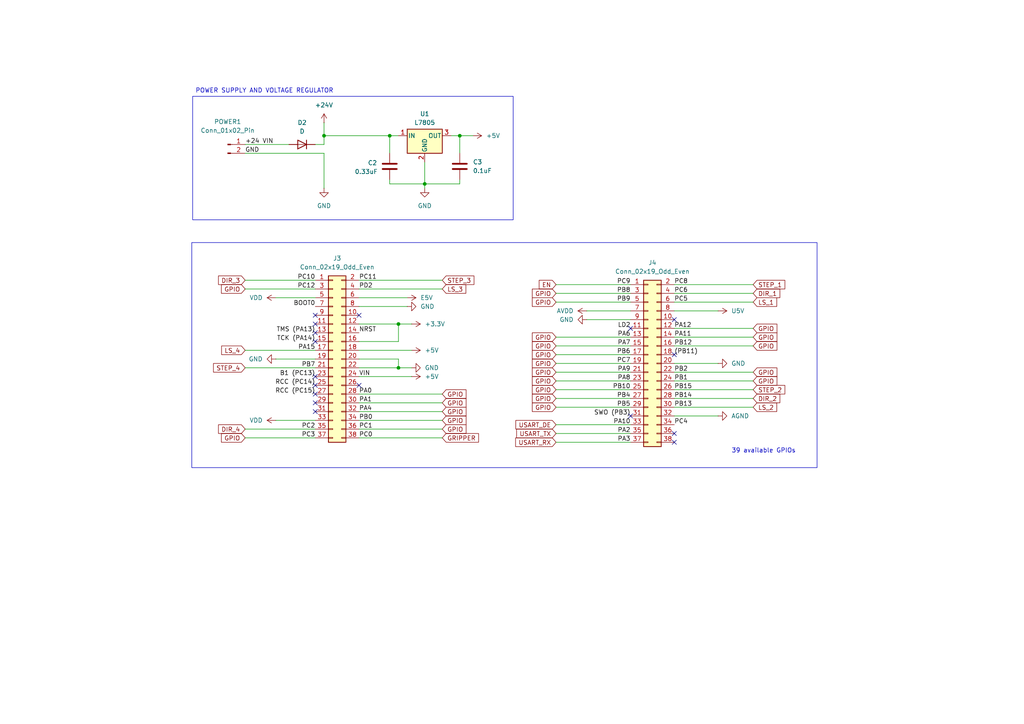
<source format=kicad_sch>
(kicad_sch (version 20231120) (generator "eeschema") (generator_version "8.0")
  (paper "A4")
  (lib_symbols
    (symbol "Connector:Conn_01x02_Pin" (pin_names (offset 1.016) hide)
      (property "Reference" "J" (at 0 2.54 0))
      (property "Value" "Conn_01x02_Pin" (at 0 -5.08 0))
      (symbol "Conn_01x02_Pin_1_1"
        (polyline (pts (xy 1.27 -2.54) (xy 0.8636 -2.54)) (stroke (width 0.1524)))
        (polyline (pts (xy 1.27 0) (xy 0.8636 0)) (stroke (width 0.1524)))
        (rectangle (start 0.8636 -2.413) (end 0 -2.667) (stroke (width 0.1524)) (fill (type outline)))
        (rectangle (start 0.8636 0.127) (end 0 -0.127) (stroke (width 0.1524)) (fill (type outline)))
        (pin passive line (at 5.08 0 180) (length 3.81) (name "Pin_1") (number "1"))
        (pin passive line (at 5.08 -2.54 180) (length 3.81) (name "Pin_2") (number "2"))
      )
    )
    (symbol "Connector_Generic:Conn_02x19_Odd_Even" (pin_names (offset 1.016) hide)
      (property "Reference" "J" (at 1.27 25.4 0))
      (property "Value" "Conn_02x19_Odd_Even" (at 1.27 -25.4 0))
      (symbol "Conn_02x19_Odd_Even_1_1"
        (rectangle (start -1.27 -22.733) (end 0 -22.987) (stroke (width 0.1524)))
        (rectangle (start -1.27 -20.193) (end 0 -20.447) (stroke (width 0.1524)))
        (rectangle (start -1.27 -17.653) (end 0 -17.907) (stroke (width 0.1524)))
        (rectangle (start -1.27 -15.113) (end 0 -15.367) (stroke (width 0.1524)))
        (rectangle (start -1.27 -12.573) (end 0 -12.827) (stroke (width 0.1524)))
        (rectangle (start -1.27 -10.033) (end 0 -10.287) (stroke (width 0.1524)))
        (rectangle (start -1.27 -7.493) (end 0 -7.747) (stroke (width 0.1524)))
        (rectangle (start -1.27 -4.953) (end 0 -5.207) (stroke (width 0.1524)))
        (rectangle (start -1.27 -2.413) (end 0 -2.667) (stroke (width 0.1524)))
        (rectangle (start -1.27 0.127) (end 0 -0.127) (stroke (width 0.1524)))
        (rectangle (start -1.27 2.667) (end 0 2.413) (stroke (width 0.1524)))
        (rectangle (start -1.27 5.207) (end 0 4.953) (stroke (width 0.1524)))
        (rectangle (start -1.27 7.747) (end 0 7.493) (stroke (width 0.1524)))
        (rectangle (start -1.27 10.287) (end 0 10.033) (stroke (width 0.1524)))
        (rectangle (start -1.27 12.827) (end 0 12.573) (stroke (width 0.1524)))
        (rectangle (start -1.27 15.367) (end 0 15.113) (stroke (width 0.1524)))
        (rectangle (start -1.27 17.907) (end 0 17.653) (stroke (width 0.1524)))
        (rectangle (start -1.27 20.447) (end 0 20.193) (stroke (width 0.1524)))
        (rectangle (start -1.27 22.987) (end 0 22.733) (stroke (width 0.1524)))
        (rectangle (start -1.27 24.13) (end 3.81 -24.13) (stroke (width 0.254)) (fill (type background)))
        (rectangle (start 3.81 -22.733) (end 2.54 -22.987) (stroke (width 0.1524)))
        (rectangle (start 3.81 -20.193) (end 2.54 -20.447) (stroke (width 0.1524)))
        (rectangle (start 3.81 -17.653) (end 2.54 -17.907) (stroke (width 0.1524)))
        (rectangle (start 3.81 -15.113) (end 2.54 -15.367) (stroke (width 0.1524)))
        (rectangle (start 3.81 -12.573) (end 2.54 -12.827) (stroke (width 0.1524)))
        (rectangle (start 3.81 -10.033) (end 2.54 -10.287) (stroke (width 0.1524)))
        (rectangle (start 3.81 -7.493) (end 2.54 -7.747) (stroke (width 0.1524)))
        (rectangle (start 3.81 -4.953) (end 2.54 -5.207) (stroke (width 0.1524)))
        (rectangle (start 3.81 -2.413) (end 2.54 -2.667) (stroke (width 0.1524)))
        (rectangle (start 3.81 0.127) (end 2.54 -0.127) (stroke (width 0.1524)))
        (rectangle (start 3.81 2.667) (end 2.54 2.413) (stroke (width 0.1524)))
        (rectangle (start 3.81 5.207) (end 2.54 4.953) (stroke (width 0.1524)))
        (rectangle (start 3.81 7.747) (end 2.54 7.493) (stroke (width 0.1524)))
        (rectangle (start 3.81 10.287) (end 2.54 10.033) (stroke (width 0.1524)))
        (rectangle (start 3.81 12.827) (end 2.54 12.573) (stroke (width 0.1524)))
        (rectangle (start 3.81 15.367) (end 2.54 15.113) (stroke (width 0.1524)))
        (rectangle (start 3.81 17.907) (end 2.54 17.653) (stroke (width 0.1524)))
        (rectangle (start 3.81 20.447) (end 2.54 20.193) (stroke (width 0.1524)))
        (rectangle (start 3.81 22.987) (end 2.54 22.733) (stroke (width 0.1524)))
        (pin passive line (at -5.08 22.86 0) (length 3.81) (name "Pin_1") (number "1"))
        (pin passive line (at 7.62 12.7 180) (length 3.81) (name "Pin_10") (number "10"))
        (pin passive line (at -5.08 10.16 0) (length 3.81) (name "Pin_11") (number "11"))
        (pin passive line (at 7.62 10.16 180) (length 3.81) (name "Pin_12") (number "12"))
        (pin passive line (at -5.08 7.62 0) (length 3.81) (name "Pin_13") (number "13"))
        (pin passive line (at 7.62 7.62 180) (length 3.81) (name "Pin_14") (number "14"))
        (pin passive line (at -5.08 5.08 0) (length 3.81) (name "Pin_15") (number "15"))
        (pin passive line (at 7.62 5.08 180) (length 3.81) (name "Pin_16") (number "16"))
        (pin passive line (at -5.08 2.54 0) (length 3.81) (name "Pin_17") (number "17"))
        (pin passive line (at 7.62 2.54 180) (length 3.81) (name "Pin_18") (number "18"))
        (pin passive line (at -5.08 0 0) (length 3.81) (name "Pin_19") (number "19"))
        (pin passive line (at 7.62 22.86 180) (length 3.81) (name "Pin_2") (number "2"))
        (pin passive line (at 7.62 0 180) (length 3.81) (name "Pin_20") (number "20"))
        (pin passive line (at -5.08 -2.54 0) (length 3.81) (name "Pin_21") (number "21"))
        (pin passive line (at 7.62 -2.54 180) (length 3.81) (name "Pin_22") (number "22"))
        (pin passive line (at -5.08 -5.08 0) (length 3.81) (name "Pin_23") (number "23"))
        (pin passive line (at 7.62 -5.08 180) (length 3.81) (name "Pin_24") (number "24"))
        (pin passive line (at -5.08 -7.62 0) (length 3.81) (name "Pin_25") (number "25"))
        (pin passive line (at 7.62 -7.62 180) (length 3.81) (name "Pin_26") (number "26"))
        (pin passive line (at -5.08 -10.16 0) (length 3.81) (name "Pin_27") (number "27"))
        (pin passive line (at 7.62 -10.16 180) (length 3.81) (name "Pin_28") (number "28"))
        (pin passive line (at -5.08 -12.7 0) (length 3.81) (name "Pin_29") (number "29"))
        (pin passive line (at -5.08 20.32 0) (length 3.81) (name "Pin_3") (number "3"))
        (pin passive line (at 7.62 -12.7 180) (length 3.81) (name "Pin_30") (number "30"))
        (pin passive line (at -5.08 -15.24 0) (length 3.81) (name "Pin_31") (number "31"))
        (pin passive line (at 7.62 -15.24 180) (length 3.81) (name "Pin_32") (number "32"))
        (pin passive line (at -5.08 -17.78 0) (length 3.81) (name "Pin_33") (number "33"))
        (pin passive line (at 7.62 -17.78 180) (length 3.81) (name "Pin_34") (number "34"))
        (pin passive line (at -5.08 -20.32 0) (length 3.81) (name "Pin_35") (number "35"))
        (pin passive line (at 7.62 -20.32 180) (length 3.81) (name "Pin_36") (number "36"))
        (pin passive line (at -5.08 -22.86 0) (length 3.81) (name "Pin_37") (number "37"))
        (pin passive line (at 7.62 -22.86 180) (length 3.81) (name "Pin_38") (number "38"))
        (pin passive line (at 7.62 20.32 180) (length 3.81) (name "Pin_4") (number "4"))
        (pin passive line (at -5.08 17.78 0) (length 3.81) (name "Pin_5") (number "5"))
        (pin passive line (at 7.62 17.78 180) (length 3.81) (name "Pin_6") (number "6"))
        (pin passive line (at -5.08 15.24 0) (length 3.81) (name "Pin_7") (number "7"))
        (pin passive line (at 7.62 15.24 180) (length 3.81) (name "Pin_8") (number "8"))
        (pin passive line (at -5.08 12.7 0) (length 3.81) (name "Pin_9") (number "9"))
      )
    )
    (symbol "Device:C" (pin_numbers hide) (pin_names (offset 0.254))
      (property "Reference" "C" (at 0.635 2.54 0))
      (property "Value" "C" (at 0.635 -2.54 0))
      (symbol "C_0_1"
        (polyline (pts (xy -2.032 -0.762) (xy 2.032 -0.762)) (stroke (width 0.508)))
        (polyline (pts (xy -2.032 0.762) (xy 2.032 0.762)) (stroke (width 0.508)))
      )
      (symbol "C_1_1"
        (pin passive line (at 0 3.81 270) (length 2.794) (name "~") (number "1"))
        (pin passive line (at 0 -3.81 90) (length 2.794) (name "~") (number "2"))
      )
    )
    (symbol "Device:D" (pin_numbers hide) (pin_names (offset 1.016) hide)
      (property "Reference" "D" (at 0 2.54 0))
      (property "Value" "D" (at 0 -2.54 0))
      (symbol "D_0_1"
        (polyline (pts (xy -1.27 1.27) (xy -1.27 -1.27)) (stroke (width 0.254)))
        (polyline (pts (xy 1.27 0) (xy -1.27 0)))
        (polyline (pts (xy 1.27 1.27) (xy 1.27 -1.27) (xy -1.27 0) (xy 1.27 1.27)) (stroke (width 0.254)))
      )
      (symbol "D_1_1"
        (pin passive line (at -3.81 0 0) (length 2.54) (name "K") (number "1"))
        (pin passive line (at 3.81 0 180) (length 2.54) (name "A") (number "2"))
      )
    )
    (symbol "Regulator_Linear:L7805" (pin_names (offset 0.254))
      (property "Reference" "U" (at -3.81 3.175 0))
      (property "Value" "L7805" (at 0 3.175 0))
      (symbol "L7805_0_1"
        (rectangle (start -5.08 1.905) (end 5.08 -5.08) (stroke (width 0.254)) (fill (type background)))
      )
      (symbol "L7805_1_1"
        (pin power_in line (at -7.62 0 0) (length 2.54) (name "IN") (number "1"))
        (pin power_in line (at 0 -7.62 90) (length 2.54) (name "GND") (number "2"))
        (pin power_out line (at 7.62 0 180) (length 2.54) (name "OUT") (number "3"))
      )
    )
    (symbol "power:+24V" (power) (pin_numbers hide) (pin_names (offset 0) hide)
      (property "Value" "+24V" (at 0 3.556 0))
      (symbol "+24V_0_1"
        (polyline (pts (xy -0.762 1.27) (xy 0 2.54)))
        (polyline (pts (xy 0 0) (xy 0 2.54)))
        (polyline (pts (xy 0 2.54) (xy 0.762 1.27)))
      )
      (symbol "+24V_1_1"
        (pin power_in line (at 0 0 90) (length 0) (name "~") (number "1"))
      )
    )
    (symbol "power:+3.3V" (power) (pin_numbers hide) (pin_names (offset 0) hide)
      (property "Value" "+3.3V" (at 0 3.556 0))
      (symbol "+3.3V_0_1"
        (polyline (pts (xy -0.762 1.27) (xy 0 2.54)))
        (polyline (pts (xy 0 0) (xy 0 2.54)))
        (polyline (pts (xy 0 2.54) (xy 0.762 1.27)))
      )
      (symbol "+3.3V_1_1"
        (pin power_in line (at 0 0 90) (length 0) (name "~") (number "1"))
      )
    )
    (symbol "power:+5V" (power) (pin_numbers hide) (pin_names (offset 0) hide)
      (property "Value" "+5V" (at 0 3.556 0))
      (symbol "+5V_0_1"
        (polyline (pts (xy -0.762 1.27) (xy 0 2.54)))
        (polyline (pts (xy 0 0) (xy 0 2.54)))
        (polyline (pts (xy 0 2.54) (xy 0.762 1.27)))
      )
      (symbol "+5V_1_1"
        (pin power_in line (at 0 0 90) (length 0) (name "~") (number "1"))
      )
    )
    (symbol "power:GND" (power) (pin_numbers hide) (pin_names (offset 0) hide)
      (property "Value" "GND" (at 0 -3.81 0))
      (symbol "GND_0_1"
        (polyline (pts (xy 0 0) (xy 0 -1.27) (xy 1.27 -1.27) (xy 0 -2.54) (xy -1.27 -1.27) (xy 0 -1.27)))
      )
      (symbol "GND_1_1"
        (pin power_in line (at 0 0 270) (length 0) (name "~") (number "1"))
      )
    )
    (symbol "power:GNDA" (power) (pin_numbers hide) (pin_names (offset 0) hide)
      (property "Value" "GNDA" (at 0 -3.81 0))
      (symbol "GNDA_0_1"
        (polyline (pts (xy 0 0) (xy 0 -1.27) (xy 1.27 -1.27) (xy 0 -2.54) (xy -1.27 -1.27) (xy 0 -1.27)))
      )
      (symbol "GNDA_1_1"
        (pin power_in line (at 0 0 270) (length 0) (name "~") (number "1"))
      )
    )
    (symbol "power:VCC" (power) (pin_numbers hide) (pin_names (offset 0) hide)
      (property "Value" "VCC" (at 0 3.556 0))
      (symbol "VCC_0_1"
        (polyline (pts (xy -0.762 1.27) (xy 0 2.54)))
        (polyline (pts (xy 0 0) (xy 0 2.54)))
        (polyline (pts (xy 0 2.54) (xy 0.762 1.27)))
      )
      (symbol "VCC_1_1"
        (pin power_in line (at 0 0 90) (length 0) (name "~") (number "1"))
      )
    )
    (symbol "power:VDD" (power) (pin_numbers hide) (pin_names (offset 0) hide)
      (property "Value" "VDD" (at 0 3.556 0))
      (symbol "VDD_0_1"
        (polyline (pts (xy -0.762 1.27) (xy 0 2.54)))
        (polyline (pts (xy 0 0) (xy 0 2.54)))
        (polyline (pts (xy 0 2.54) (xy 0.762 1.27)))
      )
      (symbol "VDD_1_1"
        (pin power_in line (at 0 0 90) (length 0) (name "~") (number "1"))
      )
    )
    (symbol "power:VDDA" (power) (pin_numbers hide) (pin_names (offset 0) hide)
      (property "Value" "VDDA" (at 0 3.556 0))
      (symbol "VDDA_0_1"
        (polyline (pts (xy -0.762 1.27) (xy 0 2.54)))
        (polyline (pts (xy 0 0) (xy 0 2.54)))
        (polyline (pts (xy 0 2.54) (xy 0.762 1.27)))
      )
      (symbol "VDDA_1_1"
        (pin power_in line (at 0 0 90) (length 0) (name "~") (number "1"))
      )
    )
  )
  (junction (at 115.57 106.68))
  (junction (at 123.19 53.34))
  (junction (at 113.03 39.37))
  (junction (at 133.35 39.37))
  (junction (at 115.57 93.98))
  (junction (at 93.98 39.37))
  (no_connect (at 195.58 125.73))
  (no_connect (at 195.58 128.27))
  (no_connect (at 91.44 111.76))
  (no_connect (at 91.44 96.52))
  (no_connect (at 91.44 109.22))
  (no_connect (at 195.58 102.87))
  (no_connect (at 104.14 91.44))
  (no_connect (at 91.44 99.06))
  (no_connect (at 195.58 92.71))
  (no_connect (at 182.88 95.25))
  (no_connect (at 91.44 93.98))
  (no_connect (at 104.14 111.76))
  (no_connect (at 91.44 91.44))
  (no_connect (at 91.44 114.3))
  (no_connect (at 91.44 116.84))
  (no_connect (at 91.44 119.38))
  (no_connect (at 182.88 120.65))
  (wire (pts (xy 133.35 53.34) (xy 133.35 52.07)))
  (wire (pts (xy 123.19 46.99) (xy 123.19 53.34)))
  (wire (pts (xy 195.58 100.33) (xy 218.44 100.33)))
  (wire (pts (xy 161.29 107.95) (xy 182.88 107.95)))
  (wire (pts (xy 161.29 115.57) (xy 182.88 115.57)))
  (wire (pts (xy 104.14 121.92) (xy 128.27 121.92)))
  (wire (pts (xy 104.14 127) (xy 128.27 127)))
  (wire (pts (xy 195.58 82.55) (xy 218.44 82.55)))
  (wire (pts (xy 115.57 93.98) (xy 115.57 99.06)))
  (wire (pts (xy 71.12 106.68) (xy 91.44 106.68)))
  (wire (pts (xy 161.29 85.09) (xy 182.88 85.09)))
  (wire (pts (xy 170.18 90.17) (xy 182.88 90.17)))
  (wire (pts (xy 104.14 124.46) (xy 128.27 124.46)))
  (wire (pts (xy 195.58 95.25) (xy 218.44 95.25)))
  (wire (pts (xy 123.19 53.34) (xy 133.35 53.34)))
  (wire (pts (xy 104.14 83.82) (xy 128.27 83.82)))
  (wire (pts (xy 161.29 87.63) (xy 182.88 87.63)))
  (wire (pts (xy 93.98 39.37) (xy 93.98 41.91)))
  (wire (pts (xy 133.35 39.37) (xy 137.16 39.37)))
  (wire (pts (xy 104.14 81.28) (xy 128.27 81.28)))
  (wire (pts (xy 71.12 124.46) (xy 91.44 124.46)))
  (wire (pts (xy 195.58 118.11) (xy 218.44 118.11)))
  (wire (pts (xy 195.58 113.03) (xy 218.44 113.03)))
  (wire (pts (xy 104.14 119.38) (xy 128.27 119.38)))
  (wire (pts (xy 195.58 115.57) (xy 218.44 115.57)))
  (wire (pts (xy 104.14 93.98) (xy 115.57 93.98)))
  (wire (pts (xy 195.58 85.09) (xy 218.44 85.09)))
  (wire (pts (xy 93.98 39.37) (xy 113.03 39.37)))
  (wire (pts (xy 130.81 39.37) (xy 133.35 39.37)))
  (wire (pts (xy 71.12 41.91) (xy 83.82 41.91)))
  (wire (pts (xy 71.12 101.6) (xy 91.44 101.6)))
  (wire (pts (xy 123.19 53.34) (xy 123.19 54.61)))
  (wire (pts (xy 161.29 123.19) (xy 182.88 123.19)))
  (wire (pts (xy 71.12 81.28) (xy 91.44 81.28)))
  (wire (pts (xy 104.14 86.36) (xy 118.11 86.36)))
  (wire (pts (xy 91.44 41.91) (xy 93.98 41.91)))
  (wire (pts (xy 195.58 110.49) (xy 218.44 110.49)))
  (wire (pts (xy 113.03 39.37) (xy 113.03 44.45)))
  (wire (pts (xy 93.98 44.45) (xy 93.98 54.61)))
  (wire (pts (xy 113.03 53.34) (xy 123.19 53.34)))
  (wire (pts (xy 104.14 106.68) (xy 115.57 106.68)))
  (wire (pts (xy 133.35 39.37) (xy 133.35 44.45)))
  (wire (pts (xy 113.03 39.37) (xy 115.57 39.37)))
  (wire (pts (xy 104.14 101.6) (xy 119.38 101.6)))
  (wire (pts (xy 170.18 92.71) (xy 182.88 92.71)))
  (wire (pts (xy 80.01 121.92) (xy 91.44 121.92)))
  (wire (pts (xy 80.01 86.36) (xy 91.44 86.36)))
  (wire (pts (xy 161.29 125.73) (xy 182.88 125.73)))
  (wire (pts (xy 104.14 104.14) (xy 115.57 104.14)))
  (wire (pts (xy 195.58 87.63) (xy 218.44 87.63)))
  (wire (pts (xy 113.03 53.34) (xy 113.03 52.07)))
  (wire (pts (xy 161.29 97.79) (xy 182.88 97.79)))
  (wire (pts (xy 161.29 118.11) (xy 182.88 118.11)))
  (wire (pts (xy 115.57 99.06) (xy 104.14 99.06)))
  (wire (pts (xy 71.12 127) (xy 91.44 127)))
  (wire (pts (xy 93.98 39.37) (xy 93.98 35.56)))
  (wire (pts (xy 115.57 104.14) (xy 115.57 106.68)))
  (wire (pts (xy 208.28 105.41) (xy 195.58 105.41)))
  (wire (pts (xy 80.01 104.14) (xy 91.44 104.14)))
  (wire (pts (xy 195.58 97.79) (xy 218.44 97.79)))
  (wire (pts (xy 195.58 107.95) (xy 218.44 107.95)))
  (wire (pts (xy 71.12 44.45) (xy 93.98 44.45)))
  (wire (pts (xy 161.29 82.55) (xy 182.88 82.55)))
  (wire (pts (xy 115.57 93.98) (xy 119.38 93.98)))
  (wire (pts (xy 104.14 88.9) (xy 118.11 88.9)))
  (wire (pts (xy 161.29 113.03) (xy 182.88 113.03)))
  (wire (pts (xy 71.12 83.82) (xy 91.44 83.82)))
  (wire (pts (xy 161.29 110.49) (xy 182.88 110.49)))
  (wire (pts (xy 161.29 102.87) (xy 182.88 102.87)))
  (wire (pts (xy 161.29 100.33) (xy 182.88 100.33)))
  (wire (pts (xy 104.14 114.3) (xy 128.27 114.3)))
  (wire (pts (xy 195.58 120.65) (xy 208.28 120.65)))
  (wire (pts (xy 104.14 116.84) (xy 128.27 116.84)))
  (wire (pts (xy 104.14 109.22) (xy 119.38 109.22)))
  (wire (pts (xy 115.57 106.68) (xy 119.38 106.68)))
  (wire (pts (xy 161.29 105.41) (xy 182.88 105.41)))
  (wire (pts (xy 161.29 128.27) (xy 182.88 128.27)))
  (wire (pts (xy 195.58 90.17) (xy 208.28 90.17)))
  (rectangle (start 55.88 27.94) (end 148.844 63.754))
  (rectangle (start 55.626 70.358) (end 236.982 135.636))
  (text "39 available GPIOs" (at 221.488 130.81 0) (effects (font (size 1.27 1.27))))
  (text "POWER SUPPLY AND VOLTAGE REGULATOR" (at 76.708 26.416 0) (effects (font (size 1.27 1.27))))
  (label "TCK (PA14)" (at 91.44 99.06 180))
  (label "PC9" (at 182.88 82.55 180))
  (label "PA8" (at 182.88 110.49 180))
  (label "(PB11)" (at 195.58 102.87 0))
  (label "+24 VIN" (at 71.12 41.91 0))
  (label "PA2" (at 182.88 125.73 180))
  (label "NRST" (at 104.14 96.52 0))
  (label "PC11" (at 104.14 81.28 0))
  (label "PA11" (at 195.58 97.79 0))
  (label "PB0" (at 104.14 121.92 0))
  (label "PC1" (at 104.14 124.46 0))
  (label "PB8" (at 182.88 85.09 180))
  (label "PA15" (at 91.44 101.6 180))
  (label "PA9" (at 182.88 107.95 180))
  (label "PB2" (at 195.58 107.95 0))
  (label "PB12" (at 195.58 100.33 0))
  (label "PC7" (at 182.88 105.41 180))
  (label "PA3" (at 182.88 128.27 180))
  (label "PA7" (at 182.88 100.33 180))
  (label "PB10" (at 182.88 113.03 180))
  (label "PB6" (at 182.88 102.87 180))
  (label "PA6" (at 182.88 97.79 180))
  (label "PB9" (at 182.88 87.63 180))
  (label "PA10" (at 182.88 123.19 180))
  (label "TMS (PA13)" (at 91.44 96.52 180))
  (label "PB7" (at 91.44 106.68 180))
  (label "PC0" (at 104.14 127 0))
  (label "PB4" (at 182.88 115.57 180))
  (label "PA4" (at 104.14 119.38 0))
  (label "PC5" (at 195.58 87.63 0))
  (label "LD2" (at 182.88 95.25 180))
  (label "PC8" (at 195.58 82.55 0))
  (label "RCC (PC14)" (at 91.44 111.76 180))
  (label "PB15" (at 195.58 113.03 0))
  (label "PD2" (at 104.14 83.82 0))
  (label "VIN" (at 104.14 109.22 0))
  (label "PB1" (at 195.58 110.49 0))
  (label "RCC (PC15)" (at 91.44 114.3 180))
  (label "PB5" (at 182.88 118.11 180))
  (label "SWO (PB3)" (at 182.88 120.65 180))
  (label "PC2" (at 91.44 124.46 180))
  (label "PC10" (at 91.44 81.28 180))
  (label "PB13" (at 195.58 118.11 0))
  (label "PA1" (at 104.14 116.84 0))
  (label "GND" (at 71.12 44.45 0))
  (label "B1 (PC13)" (at 91.44 109.22 180))
  (label "PC3" (at 91.44 127 180))
  (label "PB14" (at 195.58 115.57 0))
  (label "PA12" (at 195.58 95.25 0))
  (label "PC4" (at 195.58 123.19 0))
  (label "BOOT0" (at 91.44 88.9 180))
  (label "PC6" (at 195.58 85.09 0))
  (label "PA0" (at 104.14 114.3 0))
  (label "PC12" (at 91.44 83.82 180))
  (global_label "STEP_4" (shape input) (at 71.12 106.68 180) (property "Intersheetrefs" "${INTERSHEET_REFS}" (effects (hide yes))))
  (global_label "LS_4" (shape input) (at 71.12 101.6 180) (property "Intersheetrefs" "${INTERSHEET_REFS}" (effects (hide yes))))
  (global_label "DIR_1" (shape input) (at 218.44 85.09 0) (property "Intersheetrefs" "${INTERSHEET_REFS}" (effects (hide yes))))
  (global_label "GPIO" (shape input) (at 128.27 116.84 0) (property "Intersheetrefs" "${INTERSHEET_REFS}" (effects (hide yes))))
  (global_label "LS_3" (shape input) (at 128.27 83.82 0) (property "Intersheetrefs" "${INTERSHEET_REFS}" (effects (hide yes))))
  (global_label "GPIO" (shape input) (at 71.12 127 180) (property "Intersheetrefs" "${INTERSHEET_REFS}" (effects (hide yes))))
  (global_label "GPIO" (shape input) (at 161.29 87.63 180) (property "Intersheetrefs" "${INTERSHEET_REFS}" (effects (hide yes))))
  (global_label "LS_2" (shape input) (at 218.44 118.11 0) (property "Intersheetrefs" "${INTERSHEET_REFS}" (effects (hide yes))))
  (global_label "GPIO" (shape input) (at 161.29 102.87 180) (property "Intersheetrefs" "${INTERSHEET_REFS}" (effects (hide yes))))
  (global_label "GPIO" (shape input) (at 161.29 105.41 180) (property "Intersheetrefs" "${INTERSHEET_REFS}" (effects (hide yes))))
  (global_label "GPIO" (shape input) (at 161.29 115.57 180) (property "Intersheetrefs" "${INTERSHEET_REFS}" (effects (hide yes))))
  (global_label "GPIO" (shape input) (at 161.29 100.33 180) (property "Intersheetrefs" "${INTERSHEET_REFS}" (effects (hide yes))))
  (global_label "LS_1" (shape input) (at 218.44 87.63 0) (property "Intersheetrefs" "${INTERSHEET_REFS}" (effects (hide yes))))
  (global_label "GPIO" (shape input) (at 161.29 113.03 180) (property "Intersheetrefs" "${INTERSHEET_REFS}" (effects (hide yes))))
  (global_label "GPIO" (shape input) (at 161.29 118.11 180) (property "Intersheetrefs" "${INTERSHEET_REFS}" (effects (hide yes))))
  (global_label "GPIO" (shape input) (at 161.29 110.49 180) (property "Intersheetrefs" "${INTERSHEET_REFS}" (effects (hide yes))))
  (global_label "GPIO" (shape input) (at 71.12 83.82 180) (property "Intersheetrefs" "${INTERSHEET_REFS}" (effects (hide yes))))
  (global_label "GPIO" (shape input) (at 218.44 97.79 0) (property "Intersheetrefs" "${INTERSHEET_REFS}" (effects (hide yes))))
  (global_label "DIR_4" (shape input) (at 71.12 124.46 180) (property "Intersheetrefs" "${INTERSHEET_REFS}" (effects (hide yes))))
  (global_label "DIR_2" (shape input) (at 218.44 115.57 0) (property "Intersheetrefs" "${INTERSHEET_REFS}" (effects (hide yes))))
  (global_label "GPIO" (shape input) (at 218.44 100.33 0) (property "Intersheetrefs" "${INTERSHEET_REFS}" (effects (hide yes))))
  (global_label "GPIO" (shape input) (at 128.27 124.46 0) (property "Intersheetrefs" "${INTERSHEET_REFS}" (effects (hide yes))))
  (global_label "USART_TX" (shape input) (at 161.29 125.73 180) (property "Intersheetrefs" "${INTERSHEET_REFS}" (effects (hide yes))))
  (global_label "GPIO" (shape input) (at 218.44 107.95 0) (property "Intersheetrefs" "${INTERSHEET_REFS}" (effects (hide yes))))
  (global_label "GPIO" (shape input) (at 161.29 97.79 180) (property "Intersheetrefs" "${INTERSHEET_REFS}" (effects (hide yes))))
  (global_label "USART_RX" (shape input) (at 161.29 128.27 180) (property "Intersheetrefs" "${INTERSHEET_REFS}" (effects (hide yes))))
  (global_label "STEP_2" (shape input) (at 218.44 113.03 0) (property "Intersheetrefs" "${INTERSHEET_REFS}" (effects (hide yes))))
  (global_label "USART_DE" (shape input) (at 161.29 123.19 180) (property "Intersheetrefs" "${INTERSHEET_REFS}" (effects (hide yes))))
  (global_label "GPIO" (shape input) (at 218.44 110.49 0) (property "Intersheetrefs" "${INTERSHEET_REFS}" (effects (hide yes))))
  (global_label "GPIO" (shape input) (at 128.27 114.3 0) (property "Intersheetrefs" "${INTERSHEET_REFS}" (effects (hide yes))))
  (global_label "GPIO" (shape input) (at 128.27 121.92 0) (property "Intersheetrefs" "${INTERSHEET_REFS}" (effects (hide yes))))
  (global_label "GRIPPER" (shape input) (at 128.27 127 0) (property "Intersheetrefs" "${INTERSHEET_REFS}" (effects (hide yes))))
  (global_label "DIR_3" (shape input) (at 71.12 81.28 180) (property "Intersheetrefs" "${INTERSHEET_REFS}" (effects (hide yes))))
  (global_label "GPIO" (shape input) (at 128.27 119.38 0) (property "Intersheetrefs" "${INTERSHEET_REFS}" (effects (hide yes))))
  (global_label "GPIO" (shape input) (at 161.29 107.95 180) (property "Intersheetrefs" "${INTERSHEET_REFS}" (effects (hide yes))))
  (global_label "GPIO" (shape input) (at 161.29 85.09 180) (property "Intersheetrefs" "${INTERSHEET_REFS}" (effects (hide yes))))
  (global_label "GPIO" (shape input) (at 218.44 95.25 0) (property "Intersheetrefs" "${INTERSHEET_REFS}" (effects (hide yes))))
  (global_label "EN" (shape input) (at 161.29 82.55 180) (property "Intersheetrefs" "${INTERSHEET_REFS}" (effects (hide yes))))
  (global_label "STEP_3" (shape input) (at 128.27 81.28 0) (property "Intersheetrefs" "${INTERSHEET_REFS}" (effects (hide yes))))
  (global_label "STEP_1" (shape input) (at 218.44 82.55 0) (property "Intersheetrefs" "${INTERSHEET_REFS}" (effects (hide yes))))
  (symbol (lib_id "Regulator_Linear:L7805") (at 123.19 39.37 0) (unit 1)
    (property "Reference" "U1" (at 123.19 33.02 0))
    (property "Value" "L7805" (at 123.19 35.56 0))
    (property "Footprint" "Package_TO_SOT_THT:TO-220-3_Vertical" (effects (hide yes)))
    (property "Datasheet" "http://www.st.com/content/ccc/resource/technical/document/datasheet/41/4f/b3/b0/12/d4/47/88/CD00000444.pdf/files/CD00000444.pdf/jcr:content/translations/en.CD00000444.pdf" (effects (hide yes)))
    (property "Description" "Positive 1.5A 35V Linear Regulator, Fixed Output 5V, TO-220/TO-263/TO-252" (effects (hide yes)))
  )
  (symbol (lib_id "power:+5V") (at 118.11 86.36 270) (unit 1)
    (property "Reference" "#PWR018" (effects (hide yes)))
    (property "Value" "E5V" (at 121.92 86.3599 90) (effects (justify left)))
    (property "Description" "Power symbol creates a global label with name \"+5V\"" (effects (hide yes)))
  )
  (symbol (lib_id "Device:C") (at 113.03 48.26 0) (unit 1)
    (property "Reference" "C2" (at 106.68 47.244 0) (effects (justify left)))
    (property "Value" "0.33uF" (at 102.87 49.784 0) (effects (justify left)))
    (property "Footprint" "Capacitor_SMD:C_0805_2012Metric" (effects (hide yes)))
    (property "Description" "Unpolarized capacitor" (effects (hide yes)))
  )
  (symbol (lib_id "Device:D") (at 87.63 41.91 180) (unit 1)
    (property "Reference" "D2" (at 87.63 35.56 0))
    (property "Value" "D" (at 87.63 38.1 0))
    (property "Footprint" "Diode_SMD:D_0805_2012Metric" (effects (hide yes)))
    (property "Description" "Diode" (effects (hide yes)))
    (property "Sim.Device" "D" (effects (hide yes)))
    (property "Sim.Pins" "1=K 2=A" (effects (hide yes)))
  )
  (symbol (lib_id "power:VDD") (at 80.01 121.92 90) (unit 1)
    (property "Reference" "#PWR017" (effects (hide yes)))
    (property "Value" "VDD" (at 76.2 121.9199 90) (effects (justify left)))
    (property "Description" "Power symbol creates a global label with name \"VDD\"" (effects (hide yes)))
  )
  (symbol (lib_id "power:GND") (at 118.11 88.9 90) (unit 1)
    (property "Reference" "#PWR019" (effects (hide yes)))
    (property "Value" "GND" (at 121.92 88.8999 90) (effects (justify right)))
    (property "Description" "Power symbol creates a global label with name \"GND\" , ground" (effects (hide yes)))
  )
  (symbol (lib_id "power:GND") (at 170.18 92.71 270) (unit 1)
    (property "Reference" "#PWR025" (effects (hide yes)))
    (property "Value" "GND" (at 166.37 92.7099 90) (effects (justify right)))
    (property "Description" "Power symbol creates a global label with name \"GND\" , ground" (effects (hide yes)))
  )
  (symbol (lib_id "power:+5V") (at 119.38 109.22 270) (unit 1)
    (property "Reference" "#PWR023" (effects (hide yes)))
    (property "Value" "+5V" (at 123.19 109.2199 90) (effects (justify left)))
    (property "Description" "Power symbol creates a global label with name \"+5V\"" (effects (hide yes)))
  )
  (symbol (lib_id "power:GND") (at 119.38 106.68 90) (unit 1)
    (property "Reference" "#PWR022" (effects (hide yes)))
    (property "Value" "GND" (at 123.19 106.6799 90) (effects (justify right)))
    (property "Description" "Power symbol creates a global label with name \"GND\" , ground" (effects (hide yes)))
  )
  (symbol (lib_id "power:GND") (at 93.98 54.61 0) (unit 1)
    (property "Reference" "#PWR03" (effects (hide yes)))
    (property "Value" "GND" (at 93.98 59.69 0))
    (property "Description" "Power symbol creates a global label with name \"GND\" , ground" (effects (hide yes)))
  )
  (symbol (lib_id "power:VDD") (at 80.01 86.36 90) (unit 1)
    (property "Reference" "#PWR015" (effects (hide yes)))
    (property "Value" "VDD" (at 76.2 86.3599 90) (effects (justify left)))
    (property "Description" "Power symbol creates a global label with name \"VDD\"" (effects (hide yes)))
  )
  (symbol (lib_id "power:+3.3V") (at 119.38 93.98 270) (unit 1)
    (property "Reference" "#PWR020" (effects (hide yes)))
    (property "Value" "+3.3V" (at 123.19 93.9799 90) (effects (justify left)))
    (property "Description" "Power symbol creates a global label with name \"+3.3V\"" (effects (hide yes)))
  )
  (symbol (lib_id "power:GND") (at 208.28 105.41 90) (unit 1)
    (property "Reference" "#PWR027" (effects (hide yes)))
    (property "Value" "GND" (at 212.09 105.4099 90) (effects (justify right)))
    (property "Description" "Power symbol creates a global label with name \"GND\" , ground" (effects (hide yes)))
  )
  (symbol (lib_id "power:+5V") (at 208.28 90.17 270) (unit 1)
    (property "Reference" "#PWR026" (effects (hide yes)))
    (property "Value" "U5V" (at 212.09 90.1699 90) (effects (justify left)))
    (property "Description" "Power symbol creates a global label with name \"+5V\"" (effects (hide yes)))
  )
  (symbol (lib_id "Device:C") (at 133.35 48.26 0) (unit 1)
    (property "Reference" "C3" (at 137.16 46.9899 0) (effects (justify left)))
    (property "Value" "0.1uF" (at 137.16 49.5299 0) (effects (justify left)))
    (property "Footprint" "Capacitor_SMD:C_0805_2012Metric" (effects (hide yes)))
    (property "Description" "Unpolarized capacitor" (effects (hide yes)))
  )
  (symbol (lib_id "Connector_Generic:Conn_02x19_Odd_Even") (at 96.52 104.14 0) (unit 1)
    (property "Reference" "J3" (at 97.79 74.93 0))
    (property "Value" "Conn_02x19_Odd_Even" (at 97.79 77.47 0))
    (property "Footprint" "Connector_PinSocket_2.54mm:PinSocket_2x19_P2.54mm_Vertical" (effects (hide yes)))
    (property "Description" "Generic connector, double row, 02x19, odd/even pin numbering scheme (row 1 odd numbers, row 2 even numbers), script generated (kicad-library-utils/schlib/autogen/connector/)" (effects (hide yes)))
  )
  (symbol (lib_id "Connector:Conn_01x02_Pin") (at 66.04 41.91 0) (unit 1)
    (property "Reference" "POWER1" (at 66.04 35.306 0))
    (property "Value" "Conn_01x02_Pin" (at 66.04 37.846 0))
    (property "Footprint" "01_myLibrary:TerminalBlock 45 degrees, pitch 3.5mm, 2 pins, WAGO 250-102 000-012" (effects (hide yes)))
    (property "Description" "Generic connector, single row, 01x02, script generated" (effects (hide yes)))
  )
  (symbol (lib_id "power:GND") (at 80.01 104.14 270) (unit 1)
    (property "Reference" "#PWR016" (effects (hide yes)))
    (property "Value" "GND" (at 76.2 104.1399 90) (effects (justify right)))
    (property "Description" "Power symbol creates a global label with name \"GND\" , ground" (effects (hide yes)))
  )
  (symbol (lib_id "power:+24V") (at 93.98 35.56 0) (unit 1)
    (property "Reference" "#PWR02" (effects (hide yes)))
    (property "Value" "+24V" (at 93.98 30.48 0))
    (property "Description" "Power symbol creates a global label with name \"+24V\"" (effects (hide yes)))
  )
  (symbol (lib_id "power:+5V") (at 119.38 101.6 270) (unit 1)
    (property "Reference" "#PWR021" (effects (hide yes)))
    (property "Value" "+5V" (at 123.19 101.5999 90) (effects (justify left)))
    (property "Description" "Power symbol creates a global label with name \"+5V\"" (effects (hide yes)))
  )
  (symbol (lib_id "Connector_Generic:Conn_02x19_Odd_Even") (at 187.96 105.41 0) (unit 1)
    (property "Reference" "J4" (at 189.23 76.2 0))
    (property "Value" "Conn_02x19_Odd_Even" (at 189.23 78.74 0))
    (property "Footprint" "Connector_PinSocket_2.54mm:PinSocket_2x19_P2.54mm_Vertical" (effects (hide yes)))
    (property "Description" "Generic connector, double row, 02x19, odd/even pin numbering scheme (row 1 odd numbers, row 2 even numbers), script generated (kicad-library-utils/schlib/autogen/connector/)" (effects (hide yes)))
  )
  (symbol (lib_id "power:GND") (at 123.19 54.61 0) (unit 1)
    (property "Reference" "#PWR05" (effects (hide yes)))
    (property "Value" "GND" (at 123.19 59.69 0))
    (property "Description" "Power symbol creates a global label with name \"GND\" , ground" (effects (hide yes)))
  )
  (symbol (lib_id "power:VCC") (at 137.16 39.37 270) (unit 1)
    (property "Reference" "#PWR06" (effects (hide yes)))
    (property "Value" "+5V" (at 140.97 39.3699 90) (effects (justify left)))
    (property "Description" "Power symbol creates a global label with name \"VCC\"" (effects (hide yes)))
  )
  (symbol (lib_id "power:GNDA") (at 208.28 120.65 90) (unit 1)
    (property "Reference" "#PWR028" (effects (hide yes)))
    (property "Value" "AGND" (at 212.09 120.6499 90) (effects (justify right)))
    (property "Description" "Power symbol creates a global label with name \"GNDA\" , analog ground" (effects (hide yes)))
  )
  (symbol (lib_id "power:VDDA") (at 170.18 90.17 90) (unit 1)
    (property "Reference" "#PWR024" (effects (hide yes)))
    (property "Value" "AVDD" (at 166.37 90.1699 90) (effects (justify left)))
    (property "Description" "Power symbol creates a global label with name \"VDDA\"" (effects (hide yes)))
  )
)
</source>
